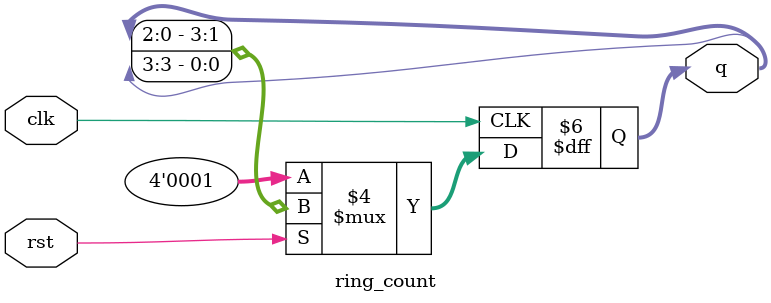
<source format=sv>
module ring_count(clk,rst,q);
  input clk,rst;
  output reg [3:0] q;
  always @(posedge clk)
    begin
      if(!rst)
      	q=4'b0001;
      else
        q<={q[2:0],q[3]};
    end
endmodule

</source>
